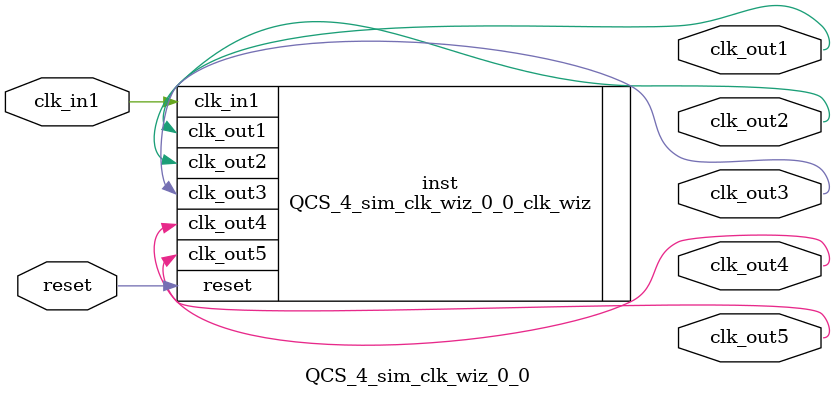
<source format=v>


`timescale 1ps/1ps

(* CORE_GENERATION_INFO = "QCS_4_sim_clk_wiz_0_0,clk_wiz_v6_0_12_0_0,{component_name=QCS_4_sim_clk_wiz_0_0,use_phase_alignment=true,use_min_o_jitter=false,use_max_i_jitter=false,use_dyn_phase_shift=false,use_inclk_switchover=false,use_dyn_reconfig=false,enable_axi=0,feedback_source=FDBK_AUTO,PRIMITIVE=PLL,num_out_clk=5,clkin1_period=10.000,clkin2_period=10.000,use_power_down=false,use_reset=true,use_locked=false,use_inclk_stopped=false,feedback_type=SINGLE,CLOCK_MGR_TYPE=NA,manual_override=false}" *)

module QCS_4_sim_clk_wiz_0_0 
 (
  // Clock out ports
  output        clk_out1,
  output        clk_out2,
  output        clk_out3,
  output        clk_out4,
  output        clk_out5,
  // Status and control signals
  input         reset,
 // Clock in ports
  input         clk_in1
 );

  QCS_4_sim_clk_wiz_0_0_clk_wiz inst
  (
  // Clock out ports  
  .clk_out1(clk_out1),
  .clk_out2(clk_out2),
  .clk_out3(clk_out3),
  .clk_out4(clk_out4),
  .clk_out5(clk_out5),
  // Status and control signals               
  .reset(reset), 
 // Clock in ports
  .clk_in1(clk_in1)
  );

endmodule

</source>
